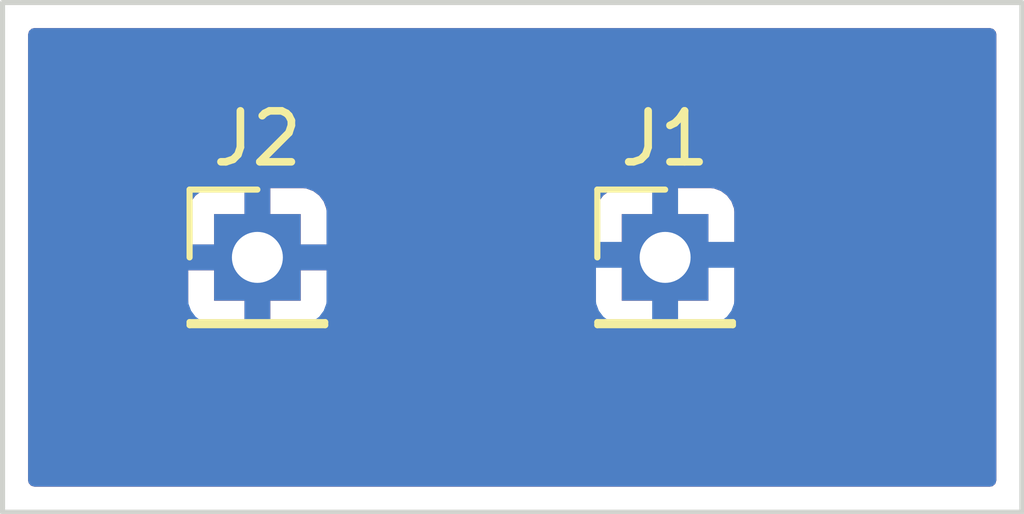
<source format=kicad_pcb>
(kicad_pcb (version 20221018) (generator pcbnew)
  (layers (0 "F.Cu" signal) (31 "B.Cu" signal) (34 "B.Paste" user) (35 "F.Paste" user) (36 "B.SilkS" user "B.Silkscreen") (37 "F.SilkS" user "F.Silkscreen") (38 "B.Mask" user) (39 "F.Mask" user) (44 "Edge.Cuts" user))
  (net 0 "")
  (net 1 "A")
  (net 2 "B")
  (footprint "Connector_PinHeader_2.54mm:PinHeader_1x01_P2.54mm_Vertical" (layer "F.Cu") (at 125 75)
    (fp_text reference "J2" (at 0 -2.33) (layer "F.SilkS"))
    (fp_text value "Conn_01x01")
    (fp_line (start -1.33 -1.33) (end 0 -1.33) (stroke (width 0.12)) (layer "F.SilkS"))
    (fp_line (start -1.33 0) (end -1.33 -1.33) (stroke (width 0.12)) (layer "F.SilkS"))
    (fp_line (start -1.33 1.27) (end -1.33 1.33) (stroke (width 0.12)) (layer "F.SilkS"))
    (fp_line (start -1.33 1.27) (end 1.33 1.27) (stroke (width 0.12)) (layer "F.SilkS"))
    (fp_line (start -1.33 1.33) (end 1.33 1.33) (stroke (width 0.12)) (layer "F.SilkS"))
    (fp_line (start 1.33 1.27) (end 1.33 1.33) (stroke (width 0.12)) (layer "F.SilkS"))
    (pad "1" thru_hole rect (at 0 0) (size 1.7 1.7) (drill 1) (layers "*.Cu" "*.Mask") (net 2 "B"))
  )
  (footprint "Connector_PinHeader_2.54mm:PinHeader_1x01_P2.54mm_Vertical" (layer "F.Cu") (at 133 75)
    (fp_text reference "J1" (at 0 -2.33) (layer "F.SilkS"))
    (fp_text value "Conn_01x01")
    (fp_line (start -1.33 -1.33) (end 0 -1.33) (stroke (width 0.12)) (layer "F.SilkS"))
    (fp_line (start -1.33 0) (end -1.33 -1.33) (stroke (width 0.12)) (layer "F.SilkS"))
    (fp_line (start -1.33 1.27) (end -1.33 1.33) (stroke (width 0.12)) (layer "F.SilkS"))
    (fp_line (start -1.33 1.27) (end 1.33 1.27) (stroke (width 0.12)) (layer "F.SilkS"))
    (fp_line (start -1.33 1.33) (end 1.33 1.33) (stroke (width 0.12)) (layer "F.SilkS"))
    (fp_line (start 1.33 1.27) (end 1.33 1.33) (stroke (width 0.12)) (layer "F.SilkS"))
    (pad "1" thru_hole rect (at 0 0) (size 1.7 1.7) (drill 1) (layers "*.Cu" "*.Mask") (net 1 "A"))
  )
  (gr_rect (start 120 70) (end 140 80) (stroke (width 0.1)) (fill none) (layer "Edge.Cuts"))
  (zone (net 2) (net_name "B") (layers "F&B.Cu") (connect_pads (clearance 0.508)) (min_thickness 0.254) (fill yes (thermal_gap 0.508) (thermal_bridge_width 0.508))
    (polygon (pts (xy 140 80) (xy 120 80) (xy 120 70) (xy 140 70)))
  )
  (zone (net 1) (net_name "A") (layer "B.Cu") (connect_pads (clearance 0.508)) (min_thickness 0.254) (fill yes (thermal_gap 0.508) (thermal_bridge_width 0.508))
    (polygon (pts (xy 138 77.95) (xy 122 77.95) (xy 122 71.95) (xy 138 71.95)))
  )
)
</source>
